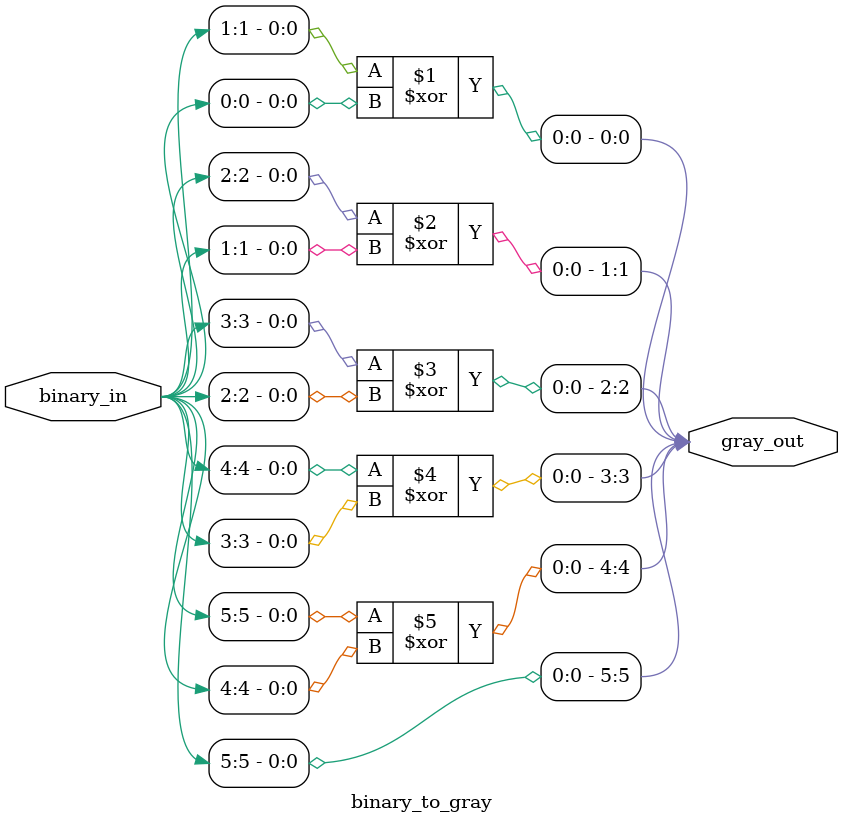
<source format=sv>

module binary_to_gray #(
    parameter WIDTH = 6  // Define the bit width of the input
) (
    input  wire [WIDTH-1:0] binary_in,
    output wire [WIDTH-1:0] gray_out
);

  // Assign MSB directly
  assign gray_out[WIDTH-1] = binary_in[WIDTH-1];

  // Generate loop for the remaining bits
  genvar i;
  generate
    for (i = 0; i < WIDTH - 1; i = i + 1) begin
      assign gray_out[i] = binary_in[i+1] ^ binary_in[i];
    end
  endgenerate

endmodule

</source>
